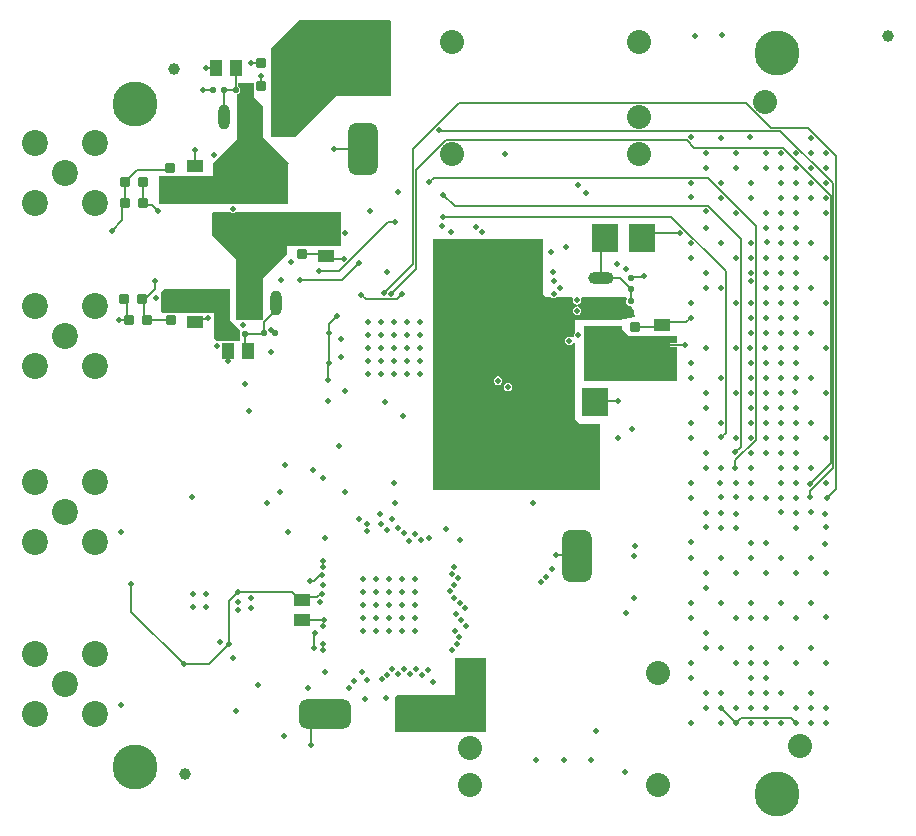
<source format=gbr>
G04 Layer_Physical_Order=10*
G04 Layer_Color=16711680*
%FSLAX26Y26*%
%MOIN*%
%TF.FileFunction,Copper,L10,Bot,Signal*%
%TF.Part,Single*%
G01*
G75*
%TA.AperFunction,Conductor*%
%ADD10C,0.005000*%
%TA.AperFunction,SMDPad,CuDef*%
G04:AMPARAMS|DCode=12|XSize=20mil|YSize=20mil|CornerRadius=6mil|HoleSize=0mil|Usage=FLASHONLY|Rotation=90.000|XOffset=0mil|YOffset=0mil|HoleType=Round|Shape=RoundedRectangle|*
%AMROUNDEDRECTD12*
21,1,0.020000,0.008000,0,0,90.0*
21,1,0.008000,0.020000,0,0,90.0*
1,1,0.012000,0.004000,0.004000*
1,1,0.012000,0.004000,-0.004000*
1,1,0.012000,-0.004000,-0.004000*
1,1,0.012000,-0.004000,0.004000*
%
%ADD12ROUNDEDRECTD12*%
G04:AMPARAMS|DCode=13|XSize=20mil|YSize=20mil|CornerRadius=6mil|HoleSize=0mil|Usage=FLASHONLY|Rotation=180.000|XOffset=0mil|YOffset=0mil|HoleType=Round|Shape=RoundedRectangle|*
%AMROUNDEDRECTD13*
21,1,0.020000,0.008000,0,0,180.0*
21,1,0.008000,0.020000,0,0,180.0*
1,1,0.012000,-0.004000,0.004000*
1,1,0.012000,0.004000,0.004000*
1,1,0.012000,0.004000,-0.004000*
1,1,0.012000,-0.004000,-0.004000*
%
%ADD13ROUNDEDRECTD13*%
G04:AMPARAMS|DCode=17|XSize=35mil|YSize=34mil|CornerRadius=9.01mil|HoleSize=0mil|Usage=FLASHONLY|Rotation=90.000|XOffset=0mil|YOffset=0mil|HoleType=Round|Shape=RoundedRectangle|*
%AMROUNDEDRECTD17*
21,1,0.035000,0.015980,0,0,90.0*
21,1,0.016980,0.034000,0,0,90.0*
1,1,0.018020,0.007990,0.008490*
1,1,0.018020,0.007990,-0.008490*
1,1,0.018020,-0.007990,-0.008490*
1,1,0.018020,-0.007990,0.008490*
%
%ADD17ROUNDEDRECTD17*%
G04:AMPARAMS|DCode=21|XSize=35mil|YSize=34mil|CornerRadius=5.95mil|HoleSize=0mil|Usage=FLASHONLY|Rotation=90.000|XOffset=0mil|YOffset=0mil|HoleType=Round|Shape=RoundedRectangle|*
%AMROUNDEDRECTD21*
21,1,0.035000,0.022100,0,0,90.0*
21,1,0.023100,0.034000,0,0,90.0*
1,1,0.011900,0.011050,0.011550*
1,1,0.011900,0.011050,-0.011550*
1,1,0.011900,-0.011050,-0.011550*
1,1,0.011900,-0.011050,0.011550*
%
%ADD21ROUNDEDRECTD21*%
G04:AMPARAMS|DCode=23|XSize=55mil|YSize=43mil|CornerRadius=7.955mil|HoleSize=0mil|Usage=FLASHONLY|Rotation=90.000|XOffset=0mil|YOffset=0mil|HoleType=Round|Shape=RoundedRectangle|*
%AMROUNDEDRECTD23*
21,1,0.055000,0.027090,0,0,90.0*
21,1,0.039090,0.043000,0,0,90.0*
1,1,0.015910,0.013545,0.019545*
1,1,0.015910,0.013545,-0.019545*
1,1,0.015910,-0.013545,-0.019545*
1,1,0.015910,-0.013545,0.019545*
%
%ADD23ROUNDEDRECTD23*%
G04:AMPARAMS|DCode=24|XSize=35mil|YSize=34mil|CornerRadius=5.95mil|HoleSize=0mil|Usage=FLASHONLY|Rotation=0.000|XOffset=0mil|YOffset=0mil|HoleType=Round|Shape=RoundedRectangle|*
%AMROUNDEDRECTD24*
21,1,0.035000,0.022100,0,0,0.0*
21,1,0.023100,0.034000,0,0,0.0*
1,1,0.011900,0.011550,-0.011050*
1,1,0.011900,-0.011550,-0.011050*
1,1,0.011900,-0.011550,0.011050*
1,1,0.011900,0.011550,0.011050*
%
%ADD24ROUNDEDRECTD24*%
G04:AMPARAMS|DCode=32|XSize=55mil|YSize=43mil|CornerRadius=7.955mil|HoleSize=0mil|Usage=FLASHONLY|Rotation=180.000|XOffset=0mil|YOffset=0mil|HoleType=Round|Shape=RoundedRectangle|*
%AMROUNDEDRECTD32*
21,1,0.055000,0.027090,0,0,180.0*
21,1,0.039090,0.043000,0,0,180.0*
1,1,0.015910,-0.019545,0.013545*
1,1,0.015910,0.019545,0.013545*
1,1,0.015910,0.019545,-0.013545*
1,1,0.015910,-0.019545,-0.013545*
%
%ADD32ROUNDEDRECTD32*%
%ADD40C,0.039370*%
%TA.AperFunction,ComponentPad*%
%ADD41C,0.080000*%
%ADD42C,0.150000*%
%ADD43C,0.086614*%
%ADD44C,0.039370*%
%TA.AperFunction,ViaPad*%
%ADD45C,0.020000*%
%ADD46C,0.019685*%
%TA.AperFunction,SMDPad,CuDef*%
G04:AMPARAMS|DCode=56|XSize=173.228mil|YSize=98.425mil|CornerRadius=24.606mil|HoleSize=0mil|Usage=FLASHONLY|Rotation=90.000|XOffset=0mil|YOffset=0mil|HoleType=Round|Shape=RoundedRectangle|*
%AMROUNDEDRECTD56*
21,1,0.173228,0.049213,0,0,90.0*
21,1,0.124016,0.098425,0,0,90.0*
1,1,0.049213,0.024606,0.062008*
1,1,0.049213,0.024606,-0.062008*
1,1,0.049213,-0.024606,-0.062008*
1,1,0.049213,-0.024606,0.062008*
%
%ADD56ROUNDEDRECTD56*%
%ADD57O,0.037000X0.084000*%
%ADD58O,0.128000X0.085000*%
%ADD59R,0.087008X0.092520*%
%ADD60R,0.275000X0.425000*%
%ADD61O,0.085000X0.042000*%
G04:AMPARAMS|DCode=62|XSize=173.228mil|YSize=98.425mil|CornerRadius=24.606mil|HoleSize=0mil|Usage=FLASHONLY|Rotation=180.000|XOffset=0mil|YOffset=0mil|HoleType=Round|Shape=RoundedRectangle|*
%AMROUNDEDRECTD62*
21,1,0.173228,0.049213,0,0,180.0*
21,1,0.124016,0.098425,0,0,180.0*
1,1,0.049213,-0.062008,0.024606*
1,1,0.049213,0.062008,0.024606*
1,1,0.049213,0.062008,-0.024606*
1,1,0.049213,-0.062008,-0.024606*
%
%ADD62ROUNDEDRECTD62*%
%TA.AperFunction,Conductor*%
%ADD63C,0.008000*%
G36*
X5727000Y8239000D02*
X6024000D01*
X6027000Y8236000D01*
X6028000D01*
Y7986000D01*
X5847000D01*
X5708000Y7847000D01*
X5628000D01*
Y8144000D01*
X5725000Y8241000D01*
X5727000Y8239000D01*
D02*
G37*
G36*
X5569000Y7981000D02*
X5601000Y7949000D01*
Y7846000D01*
X5686000Y7761000D01*
X5684000Y7759000D01*
Y7625000D01*
X5253000D01*
Y7720000D01*
X5433000D01*
Y7762000D01*
X5514000Y7843000D01*
Y7990804D01*
X5517902Y7991580D01*
X5521210Y7993790D01*
X5523420Y7997098D01*
X5524196Y8001000D01*
Y8009000D01*
X5523420Y8012902D01*
X5521210Y8016210D01*
X5517902Y8018420D01*
X5516627Y8018673D01*
Y8030000D01*
X5569000D01*
Y7981000D01*
D02*
G37*
G36*
X5859000Y7487000D02*
X5858586Y7486000D01*
X5682000D01*
Y7460000D01*
X5602000Y7380000D01*
Y7237872D01*
X5601128Y7237000D01*
X5513000D01*
X5511000Y7241172D01*
Y7442000D01*
X5431000Y7522000D01*
Y7596000D01*
X5433000Y7598000D01*
X5492760D01*
X5494538Y7596812D01*
X5500000Y7595726D01*
X5505462Y7596812D01*
X5507240Y7598000D01*
X5859000D01*
Y7487000D01*
D02*
G37*
G36*
X6535000Y7323000D02*
X6544000Y7314000D01*
X6561263D01*
X6564538Y7311812D01*
X6570000Y7310726D01*
X6575462Y7311812D01*
X6578737Y7314000D01*
X6631541Y7314000D01*
X6633519Y7310299D01*
X6633720Y7309000D01*
X6632726Y7304000D01*
X6633812Y7298538D01*
X6636907Y7293907D01*
X6641538Y7290812D01*
X6647000Y7289726D01*
X6652462Y7290812D01*
X6657093Y7293907D01*
X6660188Y7298538D01*
X6661274Y7304000D01*
X6660280Y7309000D01*
X6660481Y7310299D01*
X6662459Y7314000D01*
X6810307Y7314000D01*
X6812980Y7309000D01*
X6812580Y7308402D01*
X6811804Y7304500D01*
Y7296500D01*
X6812580Y7292598D01*
X6814790Y7289290D01*
X6818098Y7287080D01*
X6822000Y7286304D01*
X6826452D01*
X6841244Y7251685D01*
X6838849Y7247295D01*
X6790000Y7239000D01*
X6639000D01*
Y7196737D01*
X6636812Y7193462D01*
X6635726Y7188000D01*
X6636812Y7182538D01*
X6636670Y7182244D01*
X6635593Y7181738D01*
X6630564Y7181116D01*
X6627462Y7183188D01*
X6622000Y7184274D01*
X6616538Y7183188D01*
X6611907Y7180093D01*
X6608812Y7175462D01*
X6607726Y7170000D01*
X6608812Y7164538D01*
X6611907Y7159907D01*
X6616538Y7156812D01*
X6622000Y7155726D01*
X6627462Y7156812D01*
X6632093Y7159907D01*
X6634000Y7162760D01*
X6639000Y7161243D01*
Y6909000D01*
X6655000Y6893000D01*
X6724000D01*
Y6671000D01*
X6166000D01*
Y7502000D01*
Y7507000D01*
X6535000D01*
Y7323000D01*
D02*
G37*
G36*
X5490000Y7237000D02*
X5525000Y7202000D01*
Y7170000D01*
X5445000D01*
X5436000Y7179000D01*
Y7262000D01*
X5268000D01*
X5262000Y7268000D01*
Y7333000D01*
X5272000Y7343000D01*
X5490000D01*
Y7237000D01*
D02*
G37*
G36*
X6796000Y7210000D02*
X6820000Y7186000D01*
X6980000D01*
Y7161627D01*
X6931000D01*
X6928464Y7161123D01*
X6926314Y7159686D01*
X6925314Y7158686D01*
X6923877Y7156536D01*
X6923373Y7154000D01*
X6923877Y7151464D01*
X6925314Y7149314D01*
X6927464Y7147877D01*
X6930000Y7147373D01*
X6932536Y7147877D01*
X6933278Y7148373D01*
X6980000D01*
Y7036243D01*
X6977000Y7035000D01*
X6672000D01*
Y7218000D01*
X6675000Y7218000D01*
X6796000D01*
Y7210000D01*
D02*
G37*
G36*
X6344000Y5867000D02*
X6345000Y5866000D01*
X6041000D01*
Y5981000D01*
X6047000Y5987000D01*
X6239000D01*
Y6110453D01*
X6344000Y6110805D01*
Y5867000D01*
D02*
G37*
%LPC*%
G36*
X6648000Y7284274D02*
X6642538Y7283188D01*
X6637907Y7280093D01*
X6634812Y7275462D01*
X6633726Y7270000D01*
X6634812Y7264538D01*
X6637907Y7259907D01*
X6642538Y7256812D01*
X6648000Y7255726D01*
X6653462Y7256812D01*
X6658093Y7259907D01*
X6661188Y7264538D01*
X6662274Y7270000D01*
X6661188Y7275462D01*
X6658093Y7280093D01*
X6653462Y7283188D01*
X6648000Y7284274D01*
D02*
G37*
G36*
X6384000Y7050274D02*
X6378538Y7049188D01*
X6373907Y7046093D01*
X6370812Y7041462D01*
X6369726Y7036000D01*
X6370812Y7030538D01*
X6373907Y7025907D01*
X6378538Y7022812D01*
X6384000Y7021726D01*
X6389462Y7022812D01*
X6394093Y7025907D01*
X6397188Y7030538D01*
X6398274Y7036000D01*
X6397188Y7041462D01*
X6394093Y7046093D01*
X6389462Y7049188D01*
X6384000Y7050274D01*
D02*
G37*
G36*
X6417681Y7029274D02*
X6412218Y7028188D01*
X6407587Y7025093D01*
X6404493Y7020462D01*
X6403407Y7015000D01*
X6404493Y7009538D01*
X6407587Y7004907D01*
X6412218Y7001812D01*
X6417681Y7000726D01*
X6423144Y7001812D01*
X6427775Y7004907D01*
X6430869Y7009538D01*
X6431955Y7015000D01*
X6430869Y7020462D01*
X6427775Y7025093D01*
X6423144Y7028188D01*
X6417681Y7029274D01*
D02*
G37*
%LPD*%
D10*
X5792000Y6390000D02*
X5796000D01*
X5772000Y6370000D02*
X5792000Y6390000D01*
X5771750Y6192250D02*
X5773500Y6194000D01*
X5771750Y6145750D02*
Y6192250D01*
X5770000Y6144000D02*
X5771750Y6145750D01*
X5732000Y6304000D02*
X5743045Y6315045D01*
X5782206D01*
X5726000Y6304000D02*
X5732000D01*
X5697000Y6333000D02*
X5726000Y6304000D01*
X5487695Y6302695D02*
X5518000Y6333000D01*
X5420000Y6092000D02*
X5487695Y6159695D01*
X5162000Y6266000D02*
X5336000Y6092000D01*
X5732000Y6237000D02*
X5732787Y6237787D01*
X5803213D01*
X7501500Y6746166D02*
Y7693834D01*
X7479000Y6645000D02*
X7510500Y6676500D01*
X6101565Y7808874D02*
X6255411Y7962721D01*
X7424000Y6647000D02*
Y6668666D01*
X7325614Y7869721D02*
X7501500Y7693834D01*
X7424000Y6668666D02*
X7501500Y6746166D01*
X5562000Y8095000D02*
X5595500D01*
Y8020000D02*
Y8053500D01*
X5409000Y8078000D02*
X5442500D01*
X5401500Y8005000D02*
X5435000D01*
X5645000Y7271500D02*
Y7295000D01*
X5604500Y7231000D02*
X5645000Y7271500D01*
X5604500Y7194000D02*
Y7231000D01*
X5541696Y7192000D02*
X5542696Y7193000D01*
X5541696Y7145462D02*
X5552000Y7135158D01*
X5541696Y7145462D02*
Y7192000D01*
X5485000Y7101658D02*
Y7135158D01*
X5120886Y7240000D02*
X5154386D01*
X5386773Y7243273D02*
X5415273D01*
X5375000Y7231500D02*
X5386773Y7243273D01*
X5096000Y7536841D02*
X5131950Y7572791D01*
Y7620950D02*
X5141000Y7630000D01*
X5140500Y7700000D02*
X5140750Y7699750D01*
X5131950Y7572791D02*
Y7620950D01*
X5141000Y7700000D02*
X5179010Y7738010D01*
X5140500Y7700000D02*
X5141000D01*
X6826000Y7300500D02*
Y7343500D01*
X6842252Y7216752D02*
X6925752D01*
X7425000Y6693000D02*
X7492500Y6760500D01*
X5863000Y7371000D02*
X5919000Y7427000D01*
X5934709Y7809000D02*
X5935000Y7809291D01*
X5837000Y7809000D02*
X5934709D01*
X5731502Y7457498D02*
X5806502D01*
X5729000Y7460000D02*
X5731502Y7457498D01*
X5821000Y7443000D02*
X5872000D01*
X5854334Y7402000D02*
X6018334Y7566000D01*
X6042000D01*
X5375000Y7753500D02*
Y7805000D01*
X5199750Y7630250D02*
Y7699750D01*
X5208550Y7621450D02*
X5229550D01*
X5249000Y7602000D01*
X5145943Y7248443D02*
X5154386Y7240000D01*
X5145943Y7248443D02*
Y7300557D01*
X5137500Y7309000D02*
X5145943Y7300557D01*
X5204943Y7248443D02*
X5213386Y7240000D01*
X5204943Y7248443D02*
Y7300557D01*
X5196500Y7309000D02*
X5204943Y7300557D01*
X6840000Y7214500D02*
X6842252Y7216752D01*
X7332834Y7812500D02*
X7492500Y7652834D01*
X6186513Y7870487D02*
X6187279Y7869721D01*
X7174000Y6744000D02*
Y6770666D01*
X5928425Y7323126D02*
X5944051Y7307500D01*
X7211519Y7962721D02*
X7295519Y7878721D01*
X6048500Y7307500D02*
X6065000Y7324000D01*
X5816846Y7092846D02*
X5819000Y7095000D01*
Y7224000D02*
X5848000Y7253000D01*
X6110565Y7737546D02*
X6210739Y7837721D01*
X7012945D02*
X7038166Y7812500D01*
X6027000Y7324000D02*
X6110565Y7407565D01*
X7416614Y7878721D02*
X7510500Y7784834D01*
X6644291Y6456720D02*
X6648000Y6453011D01*
X6577000Y6456720D02*
X6644291D01*
X7128000Y6847000D02*
X7142500Y6861500D01*
X6734000Y7380000D02*
X6789500D01*
X6726000Y7388000D02*
X6734000Y7380000D01*
X6789500D02*
X6826000Y7343500D01*
X6202000Y7656000D02*
X6240500Y7617500D01*
X7174000Y6797000D02*
X7192500Y6815500D01*
X7174000Y6770666D02*
X7243500Y6840166D01*
X6154000Y7697000D02*
X6169500Y7712500D01*
X7082834D02*
X7243500Y7551834D01*
X7082834Y7617500D02*
X7192500Y7507834D01*
X5415273Y7243273D02*
X5416000Y7244000D01*
X6865228Y7512000D02*
X6881228Y7528000D01*
X6826000Y7378500D02*
X6829630Y7382130D01*
X6866130D01*
X6869000Y7385000D01*
X6941045Y7232045D02*
X7012045D01*
X6708614Y6966000D02*
X6710614Y6968000D01*
X6783000D01*
X6930000Y7154000D02*
X6931000Y7155000D01*
X7006000D01*
X5782206Y6315045D02*
X5793161Y6326000D01*
X5796000D01*
X7012045Y7232045D02*
X7026000Y7246000D01*
X5199500Y7700000D02*
X5199750Y7699750D01*
X5140750Y7630250D02*
X5141000Y7630000D01*
X5284010Y7738010D02*
X5290000Y7744000D01*
X5603500Y7193000D02*
X5604500Y7194000D01*
X6726000Y7496000D02*
X6742000Y7512000D01*
X6726000Y7388000D02*
Y7496000D01*
X5542696Y7193000D02*
X5603500D01*
X5470000Y7915000D02*
Y8005000D01*
X6169500Y7712500D02*
X7082834D01*
X7038166Y7812500D02*
X7332834D01*
X7492500Y6760500D02*
Y7652834D01*
X6110565Y7407565D02*
Y7737546D01*
X6210739Y7837721D02*
X7012945D01*
X6255411Y7962721D02*
X7211519D01*
X7510500Y6676500D02*
Y7784834D01*
X7295519Y7878721D02*
X7416614D01*
X5518000Y6333000D02*
X5697000D01*
X5487695Y6159695D02*
Y6302695D01*
X5336000Y6092000D02*
X5420000D01*
X5162000Y6266000D02*
Y6358000D01*
X5140750Y7630250D02*
Y7699750D01*
X5179010Y7738010D02*
X5284010D01*
X5213386Y7240000D02*
X5295000D01*
X5725000Y7371000D02*
X5863000D01*
X6201000Y7583000D02*
X6961334D01*
X7142500Y6861500D02*
Y7401834D01*
X5786000Y7402000D02*
X5854334D01*
X6240500Y7617500D02*
X7082834D01*
X7192500Y6815500D02*
Y7507834D01*
X6187279Y7869721D02*
X7325614D01*
X7176000Y5896000D02*
X7192500Y5912500D01*
X7359500D01*
X7376000Y5896000D01*
X7126000Y5946000D02*
X7176000Y5896000D01*
X5944051Y7307500D02*
X6048500D01*
X5199750Y7630250D02*
X5200000Y7630000D01*
X5208550Y7621450D01*
X5806502Y7457498D02*
X5811000Y7453000D01*
X5821000Y7443000D01*
X6925752Y7216752D02*
X6930000Y7221000D01*
X6941045Y7232045D01*
X5819000Y7095000D02*
Y7194000D01*
Y7224000D01*
X5240114Y7342114D02*
Y7369000D01*
X5196500Y7309000D02*
X5207000D01*
X5240114Y7342114D01*
X5758000Y6370000D02*
X5772000D01*
X5816846Y7038886D02*
Y7092846D01*
X6101565Y7426856D02*
Y7808874D01*
X6003000Y7328291D02*
X6101565Y7426856D01*
X6881228Y7528000D02*
X6989000D01*
X6961334Y7583000D02*
X7142500Y7401834D01*
X7243500Y6840166D02*
Y7551834D01*
X5470000Y8005000D02*
X5510000D01*
X5509500Y8032500D02*
Y8078000D01*
Y8032500D02*
X5510000Y8032000D01*
Y8005000D02*
Y8032000D01*
X5806030Y5926000D02*
X5807000D01*
X5761000Y5880970D02*
X5806030Y5926000D01*
X5761000Y5823000D02*
Y5880970D01*
D12*
X5506696Y7192000D02*
D03*
X5541696D02*
D03*
X5470000Y8005000D02*
D03*
X5435000D02*
D03*
X5545000D02*
D03*
X5510000D02*
D03*
X5604500Y7194000D02*
D03*
X5639500D02*
D03*
D13*
X6826000Y7265500D02*
D03*
Y7300500D02*
D03*
Y7343500D02*
D03*
Y7378500D02*
D03*
D17*
X5290000Y7685000D02*
D03*
Y7744000D02*
D03*
X5295000Y7299000D02*
D03*
Y7240000D02*
D03*
D21*
X5729000Y7460000D02*
D03*
Y7519000D02*
D03*
X6840000Y7214500D02*
D03*
Y7155500D02*
D03*
D23*
X5442500Y8078000D02*
D03*
X5509500D02*
D03*
X5485000Y7135158D02*
D03*
X5552000D02*
D03*
D24*
X5595500Y8095000D02*
D03*
X5654500D02*
D03*
X5595500Y8020000D02*
D03*
X5654500D02*
D03*
X5199500Y7700000D02*
D03*
X5140500D02*
D03*
X5200000Y7630000D02*
D03*
X5141000D02*
D03*
X5137500Y7309000D02*
D03*
X5196500D02*
D03*
X5154386Y7240000D02*
D03*
X5213386D02*
D03*
D32*
X5375000Y7753500D02*
D03*
Y7686500D02*
D03*
X5811000Y7453000D02*
D03*
Y7520000D02*
D03*
X5375000Y7231500D02*
D03*
Y7298500D02*
D03*
X5732000Y6304000D02*
D03*
Y6237000D02*
D03*
X6930000Y7221000D02*
D03*
Y7154000D02*
D03*
D40*
X5305000Y8075000D02*
D03*
X5340000Y5725000D02*
D03*
X7685000Y8185000D02*
D03*
X5305000Y8075000D02*
D03*
X7685000Y8185000D02*
D03*
X5340000Y5725000D02*
D03*
D41*
X6855000Y8166221D02*
D03*
Y7916221D02*
D03*
Y7791221D02*
D03*
X6230000D02*
D03*
Y8166221D02*
D03*
X7275000Y7965000D02*
D03*
X7390000Y5820000D02*
D03*
X6292028Y6062190D02*
D03*
Y5812190D02*
D03*
Y5687190D02*
D03*
X6917028D02*
D03*
Y6062190D02*
D03*
D42*
X5175000Y7960000D02*
D03*
X7315000Y8130000D02*
D03*
Y5660000D02*
D03*
X5175000Y5750000D02*
D03*
D43*
X4940500Y7185000D02*
D03*
X5040500Y7085000D02*
D03*
X4840500D02*
D03*
Y7285000D02*
D03*
X5040500D02*
D03*
X4940500Y7730000D02*
D03*
X5040500Y7630000D02*
D03*
X4840500D02*
D03*
Y7830000D02*
D03*
X5040500D02*
D03*
X4940000Y6025000D02*
D03*
X5040000Y5925000D02*
D03*
X4840000D02*
D03*
Y6125000D02*
D03*
X5040000D02*
D03*
X4940500Y6600000D02*
D03*
X5040500Y6500000D02*
D03*
X4840500D02*
D03*
Y6700000D02*
D03*
X5040500D02*
D03*
D44*
X7395000Y5824499D02*
D03*
X7275000Y7965500D02*
D03*
D45*
X7076000Y7601000D02*
D03*
X7176000Y7746000D02*
D03*
X7126000Y7696000D02*
D03*
X7426000Y7646000D02*
D03*
Y7496000D02*
D03*
Y7346000D02*
D03*
X7226000Y7296000D02*
D03*
X7176000D02*
D03*
X7426000Y7196000D02*
D03*
Y7046000D02*
D03*
X7126000D02*
D03*
X7026000D02*
D03*
X7276000Y6946000D02*
D03*
X7076000D02*
D03*
X7026000Y6896000D02*
D03*
X7126000D02*
D03*
X7226000D02*
D03*
X7326000D02*
D03*
X7426000D02*
D03*
X7126000Y6546000D02*
D03*
X7376000Y6696000D02*
D03*
X7326000Y6746000D02*
D03*
X7276000Y6796000D02*
D03*
X7226000Y6846000D02*
D03*
X7176000D02*
D03*
X7026000D02*
D03*
X7426000Y6746000D02*
D03*
X7276000Y6646000D02*
D03*
X7226000D02*
D03*
X7026000D02*
D03*
X7126000Y6596000D02*
D03*
X7076000D02*
D03*
X7176000Y6546000D02*
D03*
X7376000D02*
D03*
X7477000Y6547000D02*
D03*
X7426000Y6446000D02*
D03*
X7326000D02*
D03*
X7276000Y6496000D02*
D03*
X7226000D02*
D03*
Y6446000D02*
D03*
X7126000D02*
D03*
X7076000Y6547000D02*
D03*
X7026000Y6497000D02*
D03*
Y6446000D02*
D03*
X7076000Y6396000D02*
D03*
Y6346000D02*
D03*
X7176000Y6396000D02*
D03*
X7276000D02*
D03*
X7376000D02*
D03*
X7476000D02*
D03*
X7477000Y6247000D02*
D03*
X7426000Y6296000D02*
D03*
X7326000D02*
D03*
X7376000Y6246000D02*
D03*
X7276000D02*
D03*
X7226000Y6296000D02*
D03*
Y6246000D02*
D03*
X7176000D02*
D03*
X7126000Y6296000D02*
D03*
X7026000D02*
D03*
Y6246000D02*
D03*
X7076000Y6196000D02*
D03*
X7226000Y6146000D02*
D03*
X7426000D02*
D03*
X7326000D02*
D03*
X7276000Y5946000D02*
D03*
X7326000Y5996000D02*
D03*
X7276000D02*
D03*
Y6046000D02*
D03*
X7126000Y6146000D02*
D03*
X7076000D02*
D03*
X7026000Y6096000D02*
D03*
X7426000Y5996000D02*
D03*
X7026000Y6046000D02*
D03*
X7176000Y6096000D02*
D03*
X7226000D02*
D03*
Y6046000D02*
D03*
X7276000Y6096000D02*
D03*
X7376000D02*
D03*
X7476000D02*
D03*
Y5946000D02*
D03*
X7426000D02*
D03*
X7376000D02*
D03*
X7226000Y5996000D02*
D03*
X7126000D02*
D03*
X7076000D02*
D03*
X7026000Y5896000D02*
D03*
X7076000Y5946000D02*
D03*
X7126000Y5896000D02*
D03*
X7176000Y5946000D02*
D03*
X7226000D02*
D03*
X7126000D02*
D03*
X7176000Y5896000D02*
D03*
X7226000D02*
D03*
X7276000D02*
D03*
X7326000D02*
D03*
X7376000D02*
D03*
X7426000D02*
D03*
X7476000D02*
D03*
Y7296000D02*
D03*
X7176000Y6696000D02*
D03*
X7476000D02*
D03*
X7376000Y6846000D02*
D03*
X7476000D02*
D03*
Y6996000D02*
D03*
X7374000Y6998000D02*
D03*
X7176000Y6996000D02*
D03*
X7326000Y7046000D02*
D03*
X7226000D02*
D03*
X7276000Y7246000D02*
D03*
X7326000Y7196000D02*
D03*
X7376000Y7146000D02*
D03*
X7476000D02*
D03*
X7376000Y7296000D02*
D03*
X7126000Y7346000D02*
D03*
X7076000D02*
D03*
Y7396000D02*
D03*
X7376000Y7446000D02*
D03*
X7476000D02*
D03*
X7076000Y7546000D02*
D03*
X7126000Y7646000D02*
D03*
X7176000Y7596000D02*
D03*
X7276000D02*
D03*
X7376000D02*
D03*
X7027000Y7647000D02*
D03*
X7276000Y7746000D02*
D03*
X7326000Y7696000D02*
D03*
X7426000D02*
D03*
X7376000Y7746000D02*
D03*
Y7796000D02*
D03*
X7476000Y7746000D02*
D03*
Y7796000D02*
D03*
X7276000D02*
D03*
X7176000D02*
D03*
X7076000D02*
D03*
X7426000Y7846000D02*
D03*
X7225000Y7847000D02*
D03*
X7126000Y7846000D02*
D03*
X7027000Y7847000D02*
D03*
X7473000Y6493000D02*
D03*
X7125000Y6695000D02*
D03*
X7425000Y6693000D02*
D03*
X7126000Y6647000D02*
D03*
X7479000Y6645000D02*
D03*
X7424000Y6647000D02*
D03*
X7174000Y6744000D02*
D03*
Y6797000D02*
D03*
X7128000Y6847000D02*
D03*
X7326000Y7496000D02*
D03*
X7276000Y7546000D02*
D03*
X7176000Y7446000D02*
D03*
X7026000Y7296000D02*
D03*
X5127000Y5955000D02*
D03*
X5128000Y6531000D02*
D03*
X5456000Y6164000D02*
D03*
X5500000Y6112000D02*
D03*
X5336000Y6092000D02*
D03*
X5363000Y6650000D02*
D03*
X5806000Y6511000D02*
D03*
X5948000Y6037500D02*
D03*
X6007083Y6964862D02*
D03*
X6067636Y6917000D02*
D03*
X5874732Y7001732D02*
D03*
X5855000Y6817000D02*
D03*
X5766000Y6739000D02*
D03*
X5552456Y6934456D02*
D03*
X5770000Y6144000D02*
D03*
X5162000Y6358000D02*
D03*
X5518000Y6297000D02*
D03*
X5487695Y6159695D02*
D03*
X5517618Y6272000D02*
D03*
X5518000Y6333000D02*
D03*
X5613000Y6630000D02*
D03*
X5657864Y6666000D02*
D03*
X5873362Y6666636D02*
D03*
X5799864Y6713000D02*
D03*
X5685000Y6530364D02*
D03*
X6256000Y6506000D02*
D03*
X5808000Y6065000D02*
D03*
X5816775Y6967000D02*
D03*
X5542000Y7025000D02*
D03*
X5627000Y7132000D02*
D03*
X5628315Y7206000D02*
D03*
X6013500Y7397000D02*
D03*
X5874500Y7530000D02*
D03*
X5535000Y7222500D02*
D03*
X7476000Y7596000D02*
D03*
X7326000Y7646000D02*
D03*
X7076000Y6995000D02*
D03*
X7226000Y6696000D02*
D03*
X7026000D02*
D03*
X5562000Y8095000D02*
D03*
X5595500Y8053500D02*
D03*
X5409000Y8078000D02*
D03*
X5401500Y8005000D02*
D03*
X5446364Y7151000D02*
D03*
X5485000Y7101658D02*
D03*
X5120886Y7240000D02*
D03*
X5416000Y7244000D02*
D03*
X5096000Y7536841D02*
D03*
X5240114Y7369000D02*
D03*
X5725000Y7371000D02*
D03*
X5786000Y7402000D02*
D03*
X6042000Y7566000D02*
D03*
X6202000Y7656000D02*
D03*
X6201000Y7583000D02*
D03*
X5919000Y7427000D02*
D03*
X6186513Y7870487D02*
D03*
X6154000Y7697000D02*
D03*
X6052000Y7666000D02*
D03*
X5837000Y7809000D02*
D03*
X5872000Y7443000D02*
D03*
X5375000Y7805000D02*
D03*
X5249000Y7602000D02*
D03*
X5243500Y7313500D02*
D03*
X5751000Y6013000D02*
D03*
X7039000Y8186000D02*
D03*
X7131000Y8187000D02*
D03*
X5928425Y7323126D02*
D03*
X6065000Y7324000D02*
D03*
X5861000Y7115472D02*
D03*
Y7174528D02*
D03*
X5848000Y7253000D02*
D03*
X5819000Y7095000D02*
D03*
Y7194000D02*
D03*
X6027000Y7324000D02*
D03*
X5500000Y7610000D02*
D03*
X5662000Y7372000D02*
D03*
X6264000Y6780000D02*
D03*
X5675000Y6756000D02*
D03*
X7226000Y6996000D02*
D03*
X7326000Y6696000D02*
D03*
X7226000Y6796000D02*
D03*
Y6746000D02*
D03*
X7276000Y6896000D02*
D03*
Y6846000D02*
D03*
X7326000Y6946000D02*
D03*
Y6996000D02*
D03*
X7476000Y7696000D02*
D03*
X7076000Y7146000D02*
D03*
X7226000Y7646000D02*
D03*
Y7696000D02*
D03*
X7026000D02*
D03*
X7276000Y7396000D02*
D03*
X7226000Y7446000D02*
D03*
X6837000Y6310870D02*
D03*
Y6451919D02*
D03*
X6840613Y6483947D02*
D03*
X5941677Y5974000D02*
D03*
X5996500Y6040500D02*
D03*
X6577000Y6456720D02*
D03*
X6810000Y6263000D02*
D03*
X7376000Y6796000D02*
D03*
Y6746000D02*
D03*
X7326000Y6646000D02*
D03*
X7376000D02*
D03*
Y6596000D02*
D03*
X7276000Y7096000D02*
D03*
X7026000D02*
D03*
X7226000Y7246000D02*
D03*
X7376000Y7696000D02*
D03*
X7273000Y7146000D02*
D03*
X7276000Y7196000D02*
D03*
X7176000Y7146000D02*
D03*
X5561000Y6312500D02*
D03*
Y6277500D02*
D03*
X7476000Y7646000D02*
D03*
X7226000Y7196000D02*
D03*
X7223000Y7145000D02*
D03*
X7326000Y7096000D02*
D03*
Y7146000D02*
D03*
X7376000Y7046000D02*
D03*
Y7096000D02*
D03*
X7276000Y7046000D02*
D03*
Y6996000D02*
D03*
X7473000Y6593000D02*
D03*
X7176000D02*
D03*
X7177000Y6647000D02*
D03*
X6528000Y6366000D02*
D03*
X6545207Y6383207D02*
D03*
X6564395Y6407667D02*
D03*
X6500000Y6630000D02*
D03*
X7226000Y6946000D02*
D03*
X7376000Y6896000D02*
D03*
Y6946000D02*
D03*
X7126000Y6746000D02*
D03*
X7076000D02*
D03*
X7077000Y6795000D02*
D03*
X6088000Y6503000D02*
D03*
X5801898Y6159047D02*
D03*
X6237000Y6356685D02*
D03*
X5992396Y6560000D02*
D03*
X6071076Y6527972D02*
D03*
X5803213Y6237787D02*
D03*
X5801898Y6434638D02*
D03*
X5773500Y6194000D02*
D03*
X6241000Y6203000D02*
D03*
X6232193Y6391740D02*
D03*
X5921622Y6576000D02*
D03*
X5791000Y6297000D02*
D03*
X6231000Y6138000D02*
D03*
X6259000Y6239000D02*
D03*
X5796000Y6326000D02*
D03*
X5929000Y6066000D02*
D03*
X6127000Y6504000D02*
D03*
X6050528Y6057268D02*
D03*
X6257787Y6296842D02*
D03*
X5990000Y6593000D02*
D03*
X6149939Y6071000D02*
D03*
X5796000Y6390000D02*
D03*
X5801898Y6355898D02*
D03*
Y6139362D02*
D03*
X6089898Y6057268D02*
D03*
X6237000Y6415740D02*
D03*
X6107000Y6524000D02*
D03*
X6155544Y6512000D02*
D03*
X6254941Y6183000D02*
D03*
X6236000Y6313000D02*
D03*
X6013000Y6540000D02*
D03*
X6070213Y6076458D02*
D03*
X5801898Y6218102D02*
D03*
X6030842Y6573842D02*
D03*
Y6076458D02*
D03*
X6246000Y6159000D02*
D03*
X6052000Y6544000D02*
D03*
X5946000Y6534000D02*
D03*
X5801898Y6414953D02*
D03*
X6109583Y6076458D02*
D03*
X6276000Y6219000D02*
D03*
X6275102Y6277158D02*
D03*
X5947000Y6558334D02*
D03*
X6251394Y6377000D02*
D03*
X6244000Y6258000D02*
D03*
X7226000Y7396000D02*
D03*
X7326000Y7346000D02*
D03*
X7226000Y7096000D02*
D03*
X7026000Y7246000D02*
D03*
X7076000Y7746000D02*
D03*
X6227364Y7533364D02*
D03*
X6784000Y6844000D02*
D03*
X6829000Y6875130D02*
D03*
X7426000Y7746000D02*
D03*
Y7796000D02*
D03*
X7026000Y7446000D02*
D03*
X6779000Y7426000D02*
D03*
X6811000Y7409000D02*
D03*
X6869000Y7385000D02*
D03*
X5957000Y7603000D02*
D03*
X6783000Y6968000D02*
D03*
X7006000Y7155000D02*
D03*
X6209000Y6541000D02*
D03*
X5618921Y7529000D02*
D03*
X5668000Y7570000D02*
D03*
X5527000Y7464624D02*
D03*
X5539000Y7371000D02*
D03*
X5710500Y8085000D02*
D03*
X5765000Y8152000D02*
D03*
X5812000Y8065000D02*
D03*
X7427000Y6597000D02*
D03*
X5509000Y5935000D02*
D03*
X6009953Y5978130D02*
D03*
X6710000Y5867000D02*
D03*
X6605000Y5771500D02*
D03*
X6511000Y5771000D02*
D03*
X6694000Y5773000D02*
D03*
X5585000Y6023000D02*
D03*
X5904130Y6035000D02*
D03*
X5886500Y6013000D02*
D03*
X6224402Y6335342D02*
D03*
X6039000Y6630000D02*
D03*
X5692870Y7433000D02*
D03*
X5437000Y7789000D02*
D03*
X5758000Y6370000D02*
D03*
X5761000Y5823000D02*
D03*
X5816846Y7038886D02*
D03*
X6003000Y7328291D02*
D03*
X7376000Y7646000D02*
D03*
X7227000Y7369000D02*
D03*
X7326000Y6597000D02*
D03*
X6015500Y6056844D02*
D03*
X6036000Y6696000D02*
D03*
X6570000Y7370000D02*
D03*
X7326000Y7446000D02*
D03*
X6568787Y7399000D02*
D03*
X7326000Y7396000D02*
D03*
X6559000Y7464000D02*
D03*
X7376000Y7496000D02*
D03*
X6610000Y7483000D02*
D03*
X7376000Y7546000D02*
D03*
X6198051Y7552000D02*
D03*
X7276000Y7446000D02*
D03*
X7326000Y7546000D02*
D03*
Y7596000D02*
D03*
Y7246000D02*
D03*
X6590000Y7346000D02*
D03*
X7326000Y7296000D02*
D03*
X6570000Y7325000D02*
D03*
X6649000Y7688000D02*
D03*
X7326000Y7746000D02*
D03*
X6678033Y7663033D02*
D03*
X7326000Y7796000D02*
D03*
X6417681Y7015000D02*
D03*
X6384000Y7036000D02*
D03*
X7376000Y7396000D02*
D03*
Y7346000D02*
D03*
X6647000Y7304000D02*
D03*
X7276000Y7296000D02*
D03*
X6648000Y7270000D02*
D03*
X7276000Y7346000D02*
D03*
X6650000Y7188000D02*
D03*
X7376000Y7246000D02*
D03*
X6622000Y7170000D02*
D03*
X7376000Y7196000D02*
D03*
X6330000Y7531000D02*
D03*
X6989000Y7528000D02*
D03*
X7026000Y7495000D02*
D03*
X7126000D02*
D03*
X7226000D02*
D03*
X7279000Y7499000D02*
D03*
X6309000Y7548000D02*
D03*
X7326000Y6796000D02*
D03*
Y6846000D02*
D03*
X6130000Y6056000D02*
D03*
X6806000Y5731750D02*
D03*
X6168000Y6032000D02*
D03*
X5670000Y5852000D02*
D03*
X6406000Y7792000D02*
D03*
D46*
X5749000Y8006000D02*
D03*
X6123307Y7231614D02*
D03*
Y7188307D02*
D03*
Y7145000D02*
D03*
Y7101693D02*
D03*
Y7058386D02*
D03*
X6080000Y7231614D02*
D03*
Y7188307D02*
D03*
Y7145000D02*
D03*
Y7101693D02*
D03*
Y7058386D02*
D03*
X6036693Y7231614D02*
D03*
Y7188307D02*
D03*
Y7145000D02*
D03*
Y7101693D02*
D03*
Y7058386D02*
D03*
X5993386Y7231614D02*
D03*
Y7188307D02*
D03*
Y7145000D02*
D03*
Y7101693D02*
D03*
Y7058386D02*
D03*
X5950079Y7231614D02*
D03*
Y7188307D02*
D03*
Y7145000D02*
D03*
Y7101693D02*
D03*
Y7058386D02*
D03*
X5366559Y6324362D02*
D03*
X5409866D02*
D03*
X5366559Y6281055D02*
D03*
X5409866D02*
D03*
X6107614Y6373614D02*
D03*
X6021000D02*
D03*
X6064307D02*
D03*
X5934386Y6200386D02*
D03*
Y6243693D02*
D03*
Y6287000D02*
D03*
Y6330307D02*
D03*
Y6373614D02*
D03*
X5977693Y6200386D02*
D03*
Y6243693D02*
D03*
Y6287000D02*
D03*
Y6330307D02*
D03*
Y6373614D02*
D03*
X6021000Y6200386D02*
D03*
Y6243693D02*
D03*
Y6287000D02*
D03*
Y6330307D02*
D03*
X6064307Y6200386D02*
D03*
Y6243693D02*
D03*
Y6287000D02*
D03*
Y6330307D02*
D03*
X6107614Y6200386D02*
D03*
Y6243693D02*
D03*
Y6287000D02*
D03*
Y6330307D02*
D03*
D56*
X5935000Y7809291D02*
D03*
Y8140000D02*
D03*
X6648000Y6453011D02*
D03*
Y6783720D02*
D03*
D57*
X5470000Y7915000D02*
D03*
X5560000D02*
D03*
X5650000D02*
D03*
X5645000Y7295000D02*
D03*
X5555000D02*
D03*
X5465000D02*
D03*
D58*
X5560000Y7690000D02*
D03*
X5555000Y7520000D02*
D03*
D59*
X6585386Y6966000D02*
D03*
X6708614D02*
D03*
X6742000Y7512000D02*
D03*
X6865228D02*
D03*
D60*
X6306000Y7280000D02*
D03*
D61*
X6726000Y7180000D02*
D03*
Y7280000D02*
D03*
Y7380000D02*
D03*
D62*
X6137709Y5926000D02*
D03*
X5807000D02*
D03*
D63*
X6318178Y6070190D02*
X6318811D01*
%TF.MD5,3D70C9EEDE3B9307C3D89B8C46E9B557*%
M02*

</source>
